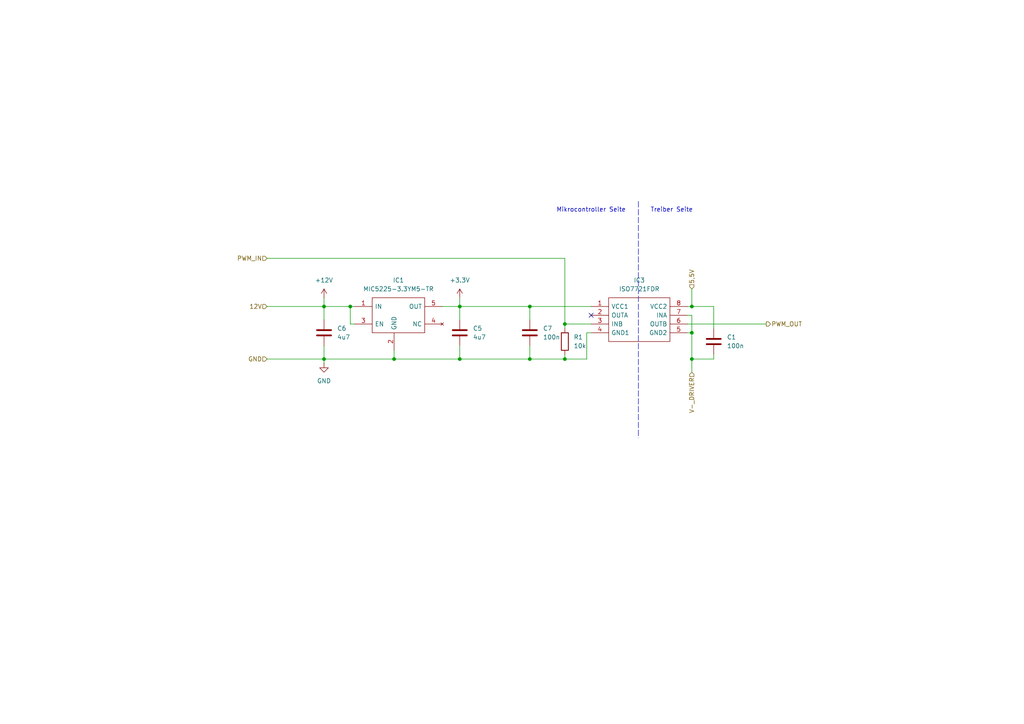
<source format=kicad_sch>
(kicad_sch (version 20250114) (generator "eeschema") (generator_version "9.0")
  (paper "A4")
  (title_block (title "Isolierung des PWM-Signals") (date "2025-06-04") (rev "1.0") (company "Technische Universität Berlin - Fachgebiet Leistungselektronik") (comment 1 "Betreuer: Dr.-Ing. Benedikt Kohlhepp") (comment 2 "Ersteller: Felix Ettwein"))
  (lib_symbols
    (symbol "Device:C" (pin_numbers (hide yes)) (pin_names (offset 0.254))
      (property "Reference" "C" (at 0.635 2.54 0))
      (property "Value" "C" (at 0.635 -2.54 0))
      (symbol "C_0_1"
        (polyline (pts (xy -2.032 0.762) (xy 2.032 0.762)) (stroke (width 0.508)))
        (polyline (pts (xy -2.032 -0.762) (xy 2.032 -0.762)) (stroke (width 0.508)))
      )
      (symbol "C_1_1"
        (pin passive line (at 0 3.81 270) (length 2.794) (name "~") (number "1"))
        (pin passive line (at 0 -3.81 90) (length 2.794) (name "~") (number "2"))
      )
    )
    (symbol "Device:R" (pin_numbers (hide yes)) (pin_names (offset 0))
      (property "Reference" "R" (at 2.032 0 90))
      (property "Value" "R" (at 0 0 90))
      (symbol "R_0_1"
        (rectangle (start -1.016 -2.54) (end 1.016 2.54) (stroke (width 0.254)))
      )
      (symbol "R_1_1"
        (pin passive line (at 0 3.81 270) (length 1.27) (name "~") (number "1"))
        (pin passive line (at 0 -3.81 90) (length 1.27) (name "~") (number "2"))
      )
    )
    (symbol "SamacSys_Parts:ISO7721FDR" (pin_names (offset 0.762))
      (property "Reference" "IC3" (at 13.97 7.62 0))
      (property "Value" "ISO7721FDR" (at 13.97 5.08 0))
      (symbol "ISO7721FDR_0_0"
        (pin passive line (at 0 0 0) (length 5.08) (name "VCC1") (number "1"))
        (pin passive line (at 0 -2.54 0) (length 5.08) (name "OUTA") (number "2"))
        (pin passive line (at 0 -5.08 0) (length 5.08) (name "INB") (number "3"))
        (pin passive line (at 0 -7.62 0) (length 5.08) (name "GND1") (number "4"))
        (pin passive line (at 27.94 0 180) (length 5.08) (name "VCC2") (number "8"))
        (pin passive line (at 27.94 -2.54 180) (length 5.08) (name "INA") (number "7"))
        (pin passive line (at 27.94 -5.08 180) (length 5.08) (name "OUTB") (number "6"))
        (pin passive line (at 27.94 -7.62 180) (length 5.08) (name "GND2") (number "5"))
      )
      (symbol "ISO7721FDR_0_1"
        (polyline (pts (xy 5.08 2.54) (xy 22.86 2.54) (xy 22.86 -10.16) (xy 5.08 -10.16) (xy 5.08 2.54)) (stroke (width 0.1524)))
      )
    )
    (symbol "SamacSys_Parts:MIC5225-3.3YM5-TR" (pin_names (offset 0.762))
      (property "Reference" "IC1" (at 12.7 7.62 0))
      (property "Value" "MIC5225-3.3YM5-TR" (at 12.7 5.08 0))
      (symbol "MIC5225-3.3YM5-TR_0_0"
        (pin passive line (at 0 0 0) (length 5.08) (name "IN") (number "1"))
        (pin passive line (at 0 -5.08 0) (length 5.08) (name "EN") (number "3"))
        (pin passive line (at 11.43 -12.7 90) (length 5.08) (name "GND") (number "2"))
        (pin passive line (at 25.4 0 180) (length 5.08) (name "OUT") (number "5"))
        (pin no_connect line (at 25.4 -5.08 180) (length 5.08) (name "NC") (number "4"))
      )
      (symbol "MIC5225-3.3YM5-TR_0_1"
        (polyline (pts (xy 5.08 2.54) (xy 20.32 2.54) (xy 20.32 -7.62) (xy 5.08 -7.62) (xy 5.08 2.54)) (stroke (width 0.1524)))
      )
    )
    (symbol "power:+12V" (power) (pin_numbers (hide yes)) (pin_names (offset 0) (hide yes))
      (property "Value" "+12V" (at 0 3.556 0))
      (symbol "+12V_0_1"
        (polyline (pts (xy -0.762 1.27) (xy 0 2.54)))
        (polyline (pts (xy 0 2.54) (xy 0.762 1.27)))
        (polyline (pts (xy 0 0) (xy 0 2.54)))
      )
      (symbol "+12V_1_1"
        (pin power_in line (at 0 0 90) (length 0) (name "~") (number "1"))
      )
    )
    (symbol "power:+3.3V" (power) (pin_numbers (hide yes)) (pin_names (offset 0) (hide yes))
      (property "Value" "+3.3V" (at 0 3.556 0))
      (symbol "+3.3V_0_1"
        (polyline (pts (xy -0.762 1.27) (xy 0 2.54)))
        (polyline (pts (xy 0 2.54) (xy 0.762 1.27)))
        (polyline (pts (xy 0 0) (xy 0 2.54)))
      )
      (symbol "+3.3V_1_1"
        (pin power_in line (at 0 0 90) (length 0) (name "~") (number "1"))
      )
    )
    (symbol "power:GND" (power) (pin_numbers (hide yes)) (pin_names (offset 0) (hide yes))
      (property "Value" "GND" (at 0 -3.81 0))
      (symbol "GND_0_1"
        (polyline (pts (xy 0 0) (xy 0 -1.27) (xy 1.27 -1.27) (xy 0 -2.54) (xy -1.27 -1.27) (xy 0 -1.27)))
      )
      (symbol "GND_1_1"
        (pin power_in line (at 0 0 270) (length 0) (name "~") (number "1"))
      )
    )
  )
  (text "Mikrocontroller Seite" (at 171.45 60.96 0) (effects (font (size 1.27 1.27))))
  (text "Treiber Seite" (at 194.818 60.96 0) (effects (font (size 1.27 1.27))))
  (junction (at 163.83 93.98))
  (junction (at 200.66 88.9))
  (junction (at 114.3 104.14))
  (junction (at 153.67 104.14))
  (junction (at 200.66 104.14))
  (junction (at 200.66 96.52))
  (junction (at 163.83 104.14))
  (junction (at 101.6 88.9))
  (junction (at 133.35 88.9))
  (junction (at 153.67 88.9))
  (junction (at 93.98 104.14))
  (junction (at 133.35 104.14))
  (junction (at 93.98 88.9))
  (no_connect (at 171.45 91.44))
  (wire (pts (xy 93.98 88.9) (xy 101.6 88.9)))
  (wire (pts (xy 101.6 88.9) (xy 102.87 88.9)))
  (wire (pts (xy 170.18 96.52) (xy 171.45 96.52)))
  (wire (pts (xy 200.66 96.52) (xy 199.39 96.52)))
  (wire (pts (xy 200.66 96.52) (xy 200.66 104.14)))
  (wire (pts (xy 101.6 93.98) (xy 101.6 88.9)))
  (wire (pts (xy 163.83 93.98) (xy 163.83 95.25)))
  (wire (pts (xy 200.66 91.44) (xy 200.66 96.52)))
  (wire (pts (xy 200.66 104.14) (xy 207.01 104.14)))
  (wire (pts (xy 200.66 104.14) (xy 200.66 107.95)))
  (wire (pts (xy 133.35 88.9) (xy 153.67 88.9)))
  (wire (pts (xy 133.35 86.36) (xy 133.35 88.9)))
  (wire (pts (xy 153.67 88.9) (xy 153.67 92.71)))
  (wire (pts (xy 77.47 104.14) (xy 93.98 104.14)))
  (wire (pts (xy 153.67 88.9) (xy 171.45 88.9)))
  (wire (pts (xy 153.67 104.14) (xy 163.83 104.14)))
  (wire (pts (xy 93.98 104.14) (xy 114.3 104.14)))
  (wire (pts (xy 93.98 88.9) (xy 93.98 92.71)))
  (wire (pts (xy 163.83 93.98) (xy 163.83 74.93)))
  (wire (pts (xy 93.98 100.33) (xy 93.98 104.14)))
  (wire (pts (xy 133.35 104.14) (xy 153.67 104.14)))
  (wire (pts (xy 199.39 93.98) (xy 222.25 93.98)))
  (wire (pts (xy 133.35 88.9) (xy 133.35 92.71)))
  (wire (pts (xy 171.45 93.98) (xy 163.83 93.98)))
  (wire (pts (xy 207.01 95.25) (xy 207.01 88.9)))
  (wire (pts (xy 77.47 88.9) (xy 93.98 88.9)))
  (wire (pts (xy 153.67 100.33) (xy 153.67 104.14)))
  (wire (pts (xy 77.47 74.93) (xy 163.83 74.93)))
  (wire (pts (xy 102.87 93.98) (xy 101.6 93.98)))
  (wire (pts (xy 200.66 88.9) (xy 199.39 88.9)))
  (wire (pts (xy 163.83 102.87) (xy 163.83 104.14)))
  (wire (pts (xy 207.01 104.14) (xy 207.01 102.87)))
  (wire (pts (xy 207.01 88.9) (xy 200.66 88.9)))
  (wire (pts (xy 163.83 104.14) (xy 170.18 104.14)))
  (polyline (pts (xy 185.166 58.42) (xy 185.166 127)) (stroke (width 0) (type dash)))
  (wire (pts (xy 93.98 104.14) (xy 93.98 105.41)))
  (wire (pts (xy 170.18 104.14) (xy 170.18 96.52)))
  (wire (pts (xy 128.27 88.9) (xy 133.35 88.9)))
  (wire (pts (xy 133.35 100.33) (xy 133.35 104.14)))
  (wire (pts (xy 114.3 104.14) (xy 114.3 101.6)))
  (wire (pts (xy 93.98 86.36) (xy 93.98 88.9)))
  (wire (pts (xy 114.3 104.14) (xy 133.35 104.14)))
  (wire (pts (xy 199.39 91.44) (xy 200.66 91.44)))
  (wire (pts (xy 200.66 83.82) (xy 200.66 88.9)))
  (hierarchical_label "12V" (shape input) (at 77.47 88.9 180))
  (hierarchical_label "PWM_OUT" (shape output) (at 222.25 93.98 0))
  (hierarchical_label "GND" (shape input) (at 77.47 104.14 180))
  (hierarchical_label "V-_DRIVER" (shape input) (at 200.66 107.95 270))
  (hierarchical_label "5,5V" (shape input) (at 200.66 83.82 90))
  (hierarchical_label "PWM_IN" (shape input) (at 77.47 74.93 180))
  (symbol (lib_id "power:+12V") (at 93.98 86.36 0) (unit 1)
    (property "Reference" "#PWR08" (effects (hide yes)))
    (property "Value" "+12V" (at 93.98 81.28 0))
    (property "Description" "Power symbol creates a global label with name \"+12V\"" (effects (hide yes)))
  )
  (symbol (lib_id "SamacSys_Parts:MIC5225-3.3YM5-TR") (at 102.87 88.9 0) (unit 1)
    (property "Reference" "IC1" (at 115.57 81.28 0))
    (property "Value" "MIC5225-3.3YM5-TR" (at 115.57 83.82 0))
    (property "Footprint" "SamacSys_Parts:SOT95P280X145-5N" (effects (hide yes)))
    (property "Datasheet" "http://www.farnell.com/datasheets/1580469.pdf" (effects (hide yes)))
    (property "Description" "MICROCHIP - MIC5225-3.3YM5-TR - LDO, REG, 16VIN, 0.15A, 3.3V, 2%, 5SOT23" (effects (hide yes)))
    (property "Description_1" "MICROCHIP - MIC5225-3.3YM5-TR - LDO, REG, 16VIN, 0.15A, 3.3V, 2%, 5SOT23" (effects (hide yes)))
    (property "Height" "1.45" (effects (hide yes)))
    (property "Manufacturer_Name" "Microchip" (effects (hide yes)))
    (property "Manufacturer_Part_Number" "MIC5225-3.3YM5-TR" (effects (hide yes)))
    (property "Mouser Part Number" "998-MIC5225-3.3YM5TR" (effects (hide yes)))
    (property "Mouser Price/Stock" "https://www.mouser.co.uk/ProductDetail/Microchip-Technology/MIC5225-3.3YM5-TR?qs=U6T8BxXiZAXmYJ5yRdN5%2Fg%3D%3D" (effects (hide yes)))
    (property "Arrow Part Number" "MIC5225-3.3YM5-TR" (effects (hide yes)))
    (property "Arrow Price/Stock" "https://www.arrow.com/en/products/mic5225-3.3ym5-tr/microchip-technology?utm_currency=USD&region=nac" (effects (hide yes)))
  )
  (symbol (lib_id "Device:C") (at 93.98 96.52 0) (unit 1)
    (property "Reference" "C6" (at 97.79 95.2499 0) (effects (justify left)))
    (property "Value" "4u7" (at 97.79 97.7899 0) (effects (justify left)))
    (property "Footprint" "Capacitor_SMD:C_0805_2012Metric" (effects (hide yes)))
    (property "Description" "Unpolarized capacitor" (effects (hide yes)))
  )
  (symbol (lib_id "SamacSys_Parts:ISO7721FDR") (at 171.45 88.9 0) (unit 1)
    (property "Reference" "IC3" (at 185.42 81.28 0))
    (property "Value" "ISO7721FDR" (at 185.42 83.82 0))
    (property "Footprint" "SamacSys_Parts:SOIC127P600X175-8N" (effects (hide yes)))
    (property "Datasheet" "http://www.ti.com/lit/gpn/iso7721" (effects (hide yes)))
    (property "Description" "High Speed, Robust EMC Reinforced Dual-Channel Digital Isolator" (effects (hide yes)))
    (property "Description_1" "High Speed, Robust EMC Reinforced Dual-Channel Digital Isolator" (effects (hide yes)))
    (property "Height" "1.75" (effects (hide yes)))
    (property "Manufacturer_Name" "Texas Instruments" (effects (hide yes)))
    (property "Manufacturer_Part_Number" "ISO7721FDR" (effects (hide yes)))
    (property "Mouser Part Number" "595-ISO7721FDR" (effects (hide yes)))
    (property "Mouser Price/Stock" "https://www.mouser.co.uk/ProductDetail/Texas-Instruments/ISO7721FDR?qs=0C8XhJW8e4q%2Fbyy%252BjjA6jQ%3D%3D" (effects (hide yes)))
    (property "Arrow Part Number" "ISO7721FDR" (effects (hide yes)))
    (property "Arrow Price/Stock" "https://www.arrow.com/en/products/iso7721fdr/texas-instruments?utm_currency=USD&region=nac" (effects (hide yes)))
  )
  (symbol (lib_id "power:GND") (at 93.98 105.41 0) (unit 1)
    (property "Reference" "#PWR09" (effects (hide yes)))
    (property "Value" "GND" (at 93.98 110.49 0))
    (property "Description" "Power symbol creates a global label with name \"GND\" , ground" (effects (hide yes)))
  )
  (symbol (lib_id "Device:C") (at 207.01 99.06 0) (unit 1)
    (property "Reference" "C1" (at 210.82 97.7899 0) (effects (justify left)))
    (property "Value" "100n" (at 210.82 100.3299 0) (effects (justify left)))
    (property "Footprint" "Capacitor_SMD:C_0603_1608Metric" (effects (hide yes)))
    (property "Description" "Unpolarized capacitor" (effects (hide yes)))
  )
  (symbol (lib_id "Device:C") (at 133.35 96.52 0) (unit 1)
    (property "Reference" "C5" (at 137.16 95.2499 0) (effects (justify left)))
    (property "Value" "4u7" (at 137.16 97.7899 0) (effects (justify left)))
    (property "Footprint" "Capacitor_SMD:C_0805_2012Metric" (effects (hide yes)))
    (property "Description" "Unpolarized capacitor" (effects (hide yes)))
  )
  (symbol (lib_id "Device:R") (at 163.83 99.06 0) (unit 1)
    (property "Reference" "R1" (at 166.37 97.7899 0) (effects (justify left)))
    (property "Value" "10k" (at 166.37 100.3299 0) (effects (justify left)))
    (property "Footprint" "Resistor_SMD:R_0603_1608Metric" (effects (hide yes)))
    (property "Description" "Resistor" (effects (hide yes)))
  )
  (symbol (lib_id "power:+3.3V") (at 133.35 86.36 0) (unit 1)
    (property "Reference" "#PWR04" (effects (hide yes)))
    (property "Value" "+3.3V" (at 133.35 81.28 0))
    (property "Description" "Power symbol creates a global label with name \"+3.3V\"" (effects (hide yes)))
  )
  (symbol (lib_id "Device:C") (at 153.67 96.52 0) (unit 1)
    (property "Reference" "C7" (at 157.48 95.2499 0) (effects (justify left)))
    (property "Value" "100n" (at 157.48 97.7899 0) (effects (justify left)))
    (property "Footprint" "Capacitor_SMD:C_0603_1608Metric" (effects (hide yes)))
    (property "Description" "Unpolarized capacitor" (effects (hide yes)))
  )
)
</source>
